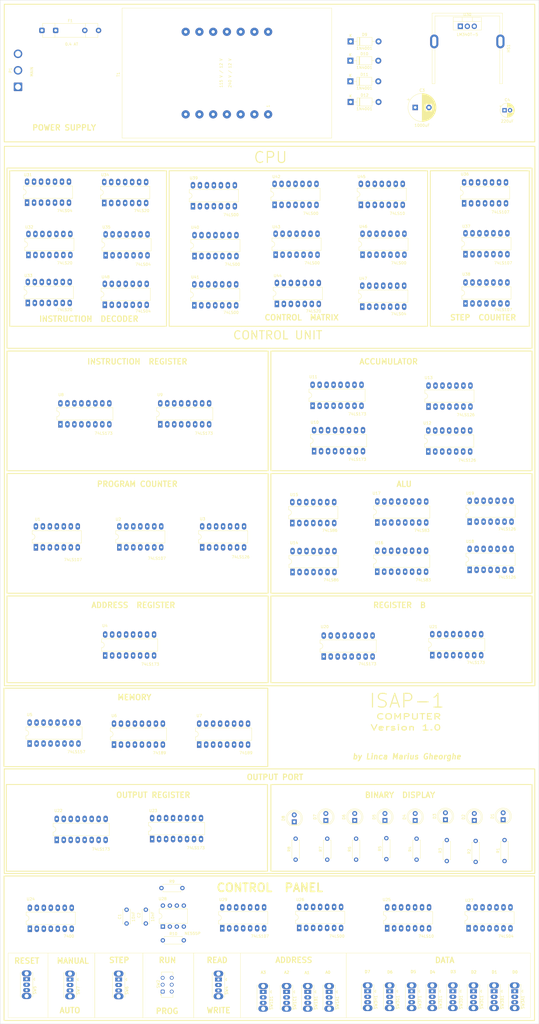
<source format=kicad_pcb>
(kicad_pcb (version 20240108) (generator "pcbnew") (generator_version "8.0")
  (layers (0 "F.Cu" signal) (31 "B.Cu" signal) (34 "B.Paste" user) (35 "F.Paste" user) (36 "B.SilkS" user "B.Silkscreen") (37 "F.SilkS" user "F.Silkscreen") (38 "B.Mask" user) (39 "F.Mask" user) (44 "Edge.Cuts" user))
  (net 0 "")
  (net 1 "GND")
  (net 2 "+5V")
  (net 4 "Net-(U1A-C)")
  (net 5 "Net-(U1B-C)")
  (net 7 "Net-(U1A-Q)")
  (net 8 "Net-(U2A-C)")
  (net 9 "Net-(SW1A1-C)")
  (net 10 "Net-(SW1C1-C)")
  (net 11 "Net-(SW1D1-C)")
  (net 12 "Net-(SW1B1-C)")
  (net 13 "Net-(SW3A1-C)")
  (net 15 "Net-(SW3B1-C)")
  (net 17 "Net-(U16-B2)")
  (net 18 "Net-(U16-B1)")
  (net 19 "/ALU/B5")
  (net 20 "/ALU/B4")
  (net 21 "Net-(U16-B4)")
  (net 22 "Net-(U16-B3)")
  (net 23 "/ALU/B6")
  (net 24 "/ALU/B7")
  (net 25 "/ALU/B2")
  (net 26 "Net-(U17-B1)")
  (net 27 "/ALU/B0")
  (net 28 "/ALU/B1")
  (net 29 "Net-(U17-B4)")
  (net 30 "/ALU/B3")
  (net 31 "Net-(U17-B3)")
  (net 32 "Net-(U17-B2)")
  (net 33 "/ALU/AC6")
  (net 34 "/ALU/AC4")
  (net 35 "Net-(U16-S2)")
  (net 36 "Net-(U16-S4)")
  (net 38 "/ALU/AC5")
  (net 39 "Net-(U16-S3)")
  (net 40 "Net-(U16-S1)")
  (net 41 "Net-(U16-C0)")
  (net 42 "/ALU/AC7")
  (net 43 "Net-(U17-S3)")
  (net 44 "/ALU/AC1")
  (net 45 "/ALU/AC2")
  (net 46 "/ALU/AC0")
  (net 47 "Net-(U17-S4)")
  (net 48 "Net-(U17-S1)")
  (net 49 "Net-(U17-S2)")
  (net 50 "/ALU/D4")
  (net 51 "/ALU/D6")
  (net 52 "/ALU/D7")
  (net 53 "/ALU/D5")
  (net 54 "/ALU/D2")
  (net 55 "/ALU/D3")
  (net 56 "/ALU/D1")
  (net 57 "/ALU/D0")
  (net 62 "Net-(SW3C1-C)")
  (net 64 "Net-(SW3D1-C)")
  (net 67 "Net-(SW3E1-C)")
  (net 69 "Net-(SW3F1-C)")
  (net 70 "Net-(SW3G1-C)")
  (net 72 "Net-(SW3H1-C)")
  (net 77 "Net-(D1-A)")
  (net 78 "Net-(D2-A)")
  (net 79 "Net-(D3-A)")
  (net 80 "Net-(D4-A)")
  (net 81 "Net-(D5-A)")
  (net 82 "Net-(D6-A)")
  (net 83 "Net-(D7-A)")
  (net 84 "Net-(D8-A)")
  (net 85 "/BinaryDisplay/DB0")
  (net 86 "Net-(U24-Pad12)")
  (net 87 "Net-(SW6-C)")
  (net 88 "Net-(U24-Pad10)")
  (net 89 "Net-(SW6-A)")
  (net 90 "Net-(SW7-C)")
  (net 91 "Net-(SW7-A)")
  (net 93 "/MAN")
  (net 95 "Net-(U25-Pad12)")
  (net 96 "Net-(U26-Pad13)")
  (net 97 "Net-(SW5-C)")
  (net 98 "Net-(U26-Pad2)")
  (net 99 "Net-(U26-Pad11)")
  (net 100 "Net-(U29A-Q)")
  (net 101 "Net-(SW5-A)")
  (net 102 "Net-(U27-Pad2)")
  (net 106 "Net-(U28-THR)")
  (net 107 "Net-(U28-Q)")
  (net 108 "Net-(U28-CV)")
  (net 109 "Net-(U28-DIS)")
  (net 113 "/ControlUnit/I7")
  (net 114 "Net-(U31-Pad2)")
  (net 115 "/ControlUnit/I5")
  (net 116 "Net-(U31-Pad4)")
  (net 117 "Net-(U31-Pad8)")
  (net 118 "/ControlUnit/I6")
  (net 120 "Net-(U37A-J)")
  (net 121 "/ControlUnit/I4")
  (net 122 "Net-(U31-Pad6)")
  (net 123 "Net-(SW2B-B)")
  (net 124 "Net-(U32-Pad6)")
  (net 125 "Net-(U32-Pad8)")
  (net 126 "Net-(U33-Pad6)")
  (net 127 "Net-(U33-Pad8)")
  (net 129 "Net-(U35-Pad4)")
  (net 130 "Net-(U35-Pad2)")
  (net 131 "Net-(U35-Pad8)")
  (net 132 "Net-(U35-Pad6)")
  (net 133 "Net-(U36B-J)")
  (net 134 "Net-(U36A-K)")
  (net 135 "Net-(U36A-Q)")
  (net 136 "Net-(U36A-~{Q})")
  (net 137 "Net-(U36A-J)")
  (net 138 "Net-(U36B-K)")
  (net 139 "Net-(U37B-K)")
  (net 140 "Net-(U37A-K)")
  (net 141 "Net-(U38A-J)")
  (net 143 "/~{CE}")
  (net 144 "Net-(SW4-C)")
  (net 145 "/CP")
  (net 146 "/CLR")
  (net 147 "/~{CLK}")
  (net 148 "/EP")
  (net 149 "/CLK")
  (net 150 "/~{LM}")
  (net 151 "/~{LI}")
  (net 152 "/~{LA}")
  (net 153 "/EA")
  (net 154 "/SU")
  (net 155 "/EU")
  (net 156 "/~{LB}")
  (net 157 "/HLT")
  (net 158 "Net-(U31-Pad12)")
  (net 159 "Net-(U35-Pad10)")
  (net 160 "Net-(U35-Pad13)")
  (net 161 "Net-(U39-Pad8)")
  (net 162 "Net-(U39-Pad11)")
  (net 163 "Net-(U39-Pad3)")
  (net 164 "Net-(U39-Pad6)")
  (net 165 "Net-(U40-Pad11)")
  (net 166 "Net-(U40-Pad6)")
  (net 167 "Net-(U40-Pad3)")
  (net 168 "Net-(U40-Pad8)")
  (net 169 "Net-(U41-Pad11)")
  (net 170 "Net-(U41-Pad3)")
  (net 171 "Net-(U41-Pad6)")
  (net 172 "Net-(U41-Pad8)")
  (net 173 "Net-(U42-Pad6)")
  (net 174 "Net-(U42-Pad8)")
  (net 175 "Net-(U42-Pad11)")
  (net 176 "/~{LO}")
  (net 177 "Net-(U43-Pad6)")
  (net 178 "Net-(U43-Pad3)")
  (net 179 "Net-(U44-Pad8)")
  (net 180 "Net-(U44-Pad6)")
  (net 181 "Net-(U45-Pad12)")
  (net 182 "Net-(D10-K)")
  (net 183 "Net-(U45-Pad6)")
  (net 185 "Net-(D11-K)")
  (net 187 "/~{EI}")
  (net 188 "Net-(D11-A)")
  (net 192 "Net-(SW2A-A)")
  (net 193 "/BinaryDisplay/DB1")
  (net 194 "/BinaryDisplay/DB2")
  (net 195 "/BinaryDisplay/DB3")
  (net 196 "/BinaryDisplay/DB4")
  (net 197 "/BinaryDisplay/DB5")
  (net 198 "/BinaryDisplay/DB6")
  (net 199 "/BinaryDisplay/DB7")
  (net 200 "/~{DM}")
  (net 201 "Net-(T1-AA)")
  (net 202 "/~{CLR}")
  (net 203 "/~{LAR}")
  (net 204 "/AddressRegister/A3")
  (net 205 "/AddressRegister/A1")
  (net 206 "/AddressRegister/A0")
  (net 207 "/AddressRegister/A2")
  (net 208 "Net-(U5-Zc)")
  (net 209 "Net-(U5-Za)")
  (net 210 "Net-(U5-Zd)")
  (net 211 "Net-(U5-Zb)")
  (net 212 "Net-(P1-L)")
  (net 213 "Net-(P1-N)")
  (footprint "LED_THT:LED_D5.0mm" (layer "F.Cu") (at 241.42 325 90)
    (property "Reference" "D1")
    (property "Value" "LED")
  )
  (footprint "Package_DIP:DIP-16_W7.62mm_LongPads" (layer "F.Cu") (at 69.135 297.31 90)
    (property "Reference" "U5")
    (property "Value" "74LS157")
  )
  (footprint "Resistor_THT:R_Axial_DIN0207_L6.3mm_D2.5mm_P7.62mm_Horizontal" (layer "F.Cu") (at 241.92 340 90)
    (property "Reference" "R1")
    (property "Value" "1K")
  )
  (footprint "Resistor_THT:R_Axial_DIN0207_L6.3mm_D2.5mm_P7.62mm_Horizontal" (layer "F.Cu") (at 220.92 340 90)
    (property "Reference" "R3")
    (property "Value" "1K")
  )
  (footprint "Fuse:Fuseholder_Clip-5x20mm_Schurter_CQM_Inline_P20.60x5.00mm_D1.00mm_Horizontal" (layer "F.Cu") (at 73.62 38.19)
    (property "Reference" "F1")
    (property "Value" "3/8A (0.4A)")
  )
  (footprint "Package_DIP:DIP-14_W7.62mm_LongPads" (layer "F.Cu") (at 227.72 119.515 90)
    (property "Reference" "U37")
    (property "Value" "74LS107")
  )
  (footprint "Package_DIP:DIP-16_W7.62mm_LongPads" (layer "F.Cu") (at 116.68 181.31 90)
    (property "Reference" "U9")
    (property "Value" "74LS173")
  )
  (footprint "Button_Switch_THT:SW_Slide_SPDT_Straight_CK_OS102011MS2Q" (layer "F.Cu") (at 200.1225 387.31 -90)
    (property "Reference" "SW3G1")
    (property "Value" "SW_SPDT")
  )
  (footprint "LED_THT:LED_D5.0mm" (layer "F.Cu") (at 187.42 325.265 90)
    (property "Reference" "D6")
    (property "Value" "LED")
  )
  (footprint "Package_DIP:DIP-16_W7.62mm_LongPads" (layer "F.Cu") (at 195.645 216.985 90)
    (property "Reference" "U17")
    (property "Value" "74LS83")
  )
  (footprint "Package_DIP:DIP-14_W7.62mm_LongPads" (layer "F.Cu") (at 159.1 137.57 90)
    (property "Reference" "U44")
    (property "Value" "74LS20")
  )
  (footprint "Transformer_THT:Transformer_CHK_EI54-16VA_Neutral" (layer "F.Cu") (at 155.92 68.69 90)
    (property "Reference" "T1")
    (property "Value" "F-25X 115V(240V) /12V 1.5A")
  )
  (footprint "Button_Switch_THT:SW_Slide_SPDT_Straight_CK_OS102011MS2Q" (layer "F.Cu") (at 245.6225 387.31 -90)
    (property "Reference" "SW3A1")
    (property "Value" "SW_SPDT")
  )
  (footprint "Button_Switch_THT:SW_Slide_SPDT_Straight_CK_OS102011MS2Q" (layer "F.Cu") (at 178.1225 387.53 -90)
    (property "Reference" "SW1A1")
    (property "Value" "SW_SPDT")
  )
  (footprint "Package_DIP:DIP-16_W7.62mm_LongPads" (layer "F.Cu") (at 195.605 234.865 90)
    (property "Reference" "U16")
    (property "Value" "74LS83")
  )
  (footprint "Package_DIP:DIP-14_W7.62mm_LongPads" (layer "F.Cu") (at 227.22 101.015 90)
    (property "Reference" "U36")
    (property "Value" "74LS107")
  )
  (footprint "Package_DIP:DIP-16_W7.62mm_LongPads" (layer "F.Cu") (at 215.64 265.19 90)
    (property "Reference" "U21")
    (property "Value" "74LS173")
  )
  (footprint "Resistor_THT:R_Axial_DIN0207_L6.3mm_D2.5mm_P7.62mm_Horizontal" (layer "F.Cu") (at 165.92 339.5 90)
    (property "Reference" "R8")
    (property "Value" "1K")
  )
  (footprint "Capacitor_THT:C_Disc_D5.0mm_W2.5mm_P5.00mm" (layer "F.Cu") (at 111.42 357.69 -90)
    (property "Reference" "C2")
    (property "Value" "10nF")
  )
  (footprint "Button_Switch_THT:SW_Slide_SPDT_Straight_CK_OS102011MS2Q" (layer "F.Cu") (at 83.84 383.03 -90)
    (property "Reference" "SW7")
    (property "Value" "SW_SPDT")
  )
  (footprint "Button_Switch_THT:SW_Slide_SPDT_Straight_CK_OS102011MS2Q" (layer "F.Cu") (at 192.1225 387.31 -90)
    (property "Reference" "SW3H1")
    (property "Value" "SW_SPDT")
  )
  (footprint "Package_DIP:DIP-14_W7.62mm_LongPads" (layer "F.Cu") (at 96.495 137.895 90)
    (property "Reference" "U48")
    (property "Value" "74LS04")
  )
  (footprint "Package_DIP:DIP-14_W7.62mm_LongPads" (layer "F.Cu") (at 96.795 119.895 90)
    (property "Reference" "U35")
    (property "Value" "74LS04")
  )
  (footprint "Package_DIP:DIP-14_W7.62mm_LongPads" (layer "F.Cu") (at 68.72 119.775 90)
    (property "Reference" "U32")
    (property "Value" "74LS20")
  )
  (footprint "Package_DIP:DIP-16_W7.62mm_LongPads" (layer "F.Cu") (at 79.015 332.31 90)
    (property "Reference" "U22")
    (property "Value" "74LS173")
  )
  (footprint "Package_DIP:DIP-14_W7.62mm_LongPads" (layer "F.Cu") (at 228.84 364.43 90)
    (property "Reference" "U27")
    (property "Value" "74LS04")
  )
  (footprint "Heatsink:Heatsink_AAVID_590302B03600G" (layer "F.Cu") (at 240.42 42.19 -90)
    (property "Reference" "HS1")
    (property "Value" "Heatsink")
  )
  (footprint "Resistor_THT:R_Axial_DIN0207_L6.3mm_D2.5mm_P7.62mm_Horizontal" (layer "F.Cu") (at 177.42 339.5 90)
    (property "Reference" "R7")
    (property "Value" "1K")
  )
  (footprint "Package_DIP:DIP-14_W7.62mm_LongPads" (layer "F.Cu") (at 129.135 120.19 90)
    (property "Reference" "U40")
    (property "Value" "74LS00")
  )
  (footprint "Resistor_THT:R_Axial_DIN0207_L6.3mm_D2.5mm_P7.62mm_Horizontal" (layer "F.Cu") (at 187.92 339.5 90)
    (property "Reference" "R6")
    (property "Value" "1K")
  )
  (footprint "Package_DIP:DIP-14_W7.62mm_LongPads" (layer "F.Cu") (at 214.18 191.19 90)
    (property "Reference" "U12")
    (property "Value" "74LS126")
  )
  (footprint "LED_THT:LED_D5.0mm" (layer "F.Cu") (at 209.42 325.265 90)
    (property "Reference" "D4")
    (property "Value" "LED")
  )
  (footprint "Button_Switch_THT:SW_Slide_SPDT_Straight_CK_OS102011MS2Q" (layer "F.Cu") (at 223.1225 387.31 -90)
    (property "Reference" "SW3D1")
    (property "Value" "SW_SPDT")
  )
  (footprint "Button_Switch_THT:SW_Slide_SPDT_Straight_CK_OS102011MS2Q" (layer "F.Cu") (at 215.6225 387.31 -90)
    (property "Reference" "SW3E1")
    (property "Value" "SW_SPDT")
  )
  (footprint "Package_DIP:DIP-16_W7.62mm_LongPads" (layer "F.Cu") (at 80.355 181.31 90)
    (property "Reference" "U8")
    (property "Value" "74LS173")
  )
  (footprint "Package_DIP:DIP-14_W7.62mm_LongPads" (layer "F.Cu") (at 229.22 216.69 90)
    (property "Reference" "U19")
    (property "Value" "74LS126")
  )
  (footprint "Button_Switch_THT:SW_Slide_SPDT_Straight_CK_OS102011MS2Q" (layer "F.Cu") (at 230.6225 387.31 -90)
    (property "Reference" "SW3C1")
    (property "Value" "SW_SPDT")
  )
  (footprint "Package_DIP:DIP-14_W7.62mm_LongPads" (layer "F.Cu") (at 69.22 364.605 90)
    (property "Reference" "U24")
    (property "Value" "7400")
  )
  (footprint "Diode_THT:D_DO-41_SOD81_P10.16mm_Horizontal" (layer "F.Cu") (at 185.84 49.19)
    (property "Reference" "D10")
    (property "Value" "1N4001")
  )
  (footprint "Package_DIP:DIP-14_W7.62mm_LongPads" (layer "F.Cu") (at 199.22 364.43 90)
    (property "Reference" "U25")
    (property "Value" "74LS10")
  )
  (footprint "Resistor_THT:R_Axial_DIN0207_L6.3mm_D2.5mm_P7.62mm_Horizontal" (layer "F.Cu") (at 209.92 339.5 90)
    (property "Reference" "R4")
    (property "Value" "1K")
  )
  (footprint "Package_DIP:DIP-14_W7.62mm_LongPads" (layer "F.Cu") (at 129.06 138.07 90)
    (property "Reference" "U41")
    (property "Value" "74LS00")
  )
  (footprint "Connector_Wire:SolderWire-1.5sqmm_1x03_P6mm_D1.7mm_OD3mm" (layer "F.Cu") (at 64.92 58.69 90)
    (property "Reference" "P1")
    (property "Value" "IEC_60320_C13_Plug")
  )
  (footprint "Package_DIP:DIP-16_W7.62mm_LongPads" (layer "F.Cu") (at 176.14 265.69 90)
    (property "Reference" "U20")
    (property "Value" "74LS173")
  )
  (footprint "Package_DIP:DIP-16_W7.62mm_LongPads" (layer "F.Cu") (at 130.84 297.69 90)
    (property "Reference" "U7")
    (property "Value" "74189")
  )
  (footprint "Button_Switch_THT:SW_Slide_SPDT_Straight_CK_OS102011MS2Q" (layer "F.Cu") (at 101.5425 383.03 -90)
    (property "Reference" "SW6")
    (property "Value" "SW_SPDT")
  )
  (footprint "Package_DIP:DIP-14_W7.62mm_LongPads" (layer "F.Cu") (at 158.26 101.57 90)
    (property "Reference" "U42")
    (property "Value" "74LS00")
  )
  (footprint "Package_DIP:DIP-14_W7.62mm_LongPads" (layer "F.Cu") (at 131.92 226.015 90)
    (property "Reference" "U3")
    (property "Value" "74LS126")
  )
  (footprint "Resistor_THT:R_Axial_DIN0207_L6.3mm_D2.5mm_P7.62mm_Horizontal" (layer "F.Cu") (at 117.61 368.81)
    (property "Reference" "R10")
    (property "Value" "18K")
  )
  (footprint "Package_DIP:DIP-14_W7.62mm_LongPads" (layer "F.Cu") (at 164.805 234.985 90)
    (property "Reference" "U14")
    (property "Value" "74LS86")
  )
  (footprint "Package_DIP:DIP-14_W7.62mm_LongPads" (layer "F.Cu") (at 190.26 119.69 90)
    (property "Reference" "U46")
    (property "Value" "74LS00")
  )
  (footprint "LED_THT:LED_D5.0mm" (layer "F.Cu") (at 230.92 325.265 90)
    (property "Reference" "D2")
    (property "Value" "LED")
  )
  (footprint "Button_Switch_THT:SW_Slide_SPDT_Straight_CK_OS102011MS2Q" (layer "F.Cu") (at 154.1225 387.53 -90)
    (property "Reference" "SW1D1")
    (property "Value" "SW_SPDT")
  )
  (footprint "Resistor_THT:R_Axial_DIN0207_L6.3mm_D2.5mm_P7.62mm_Horizontal" (layer "F.Cu") (at 231.42 340.31 90)
    (property "Reference" "R2")
    (property "Value" "1K")
  )
  (footprint "Package_DIP:DIP-14_W7.62mm_LongPads" (layer "F.Cu") (at 158.64 119.69 90)
    (property "Reference" "U43")
    (property "Value" "74LS00")
  )
  (footprint "Resistor_THT:R_Axial_DIN0207_L6.3mm_D2.5mm_P7.62mm_Horizontal" (layer "F.Cu") (at 198.92 339.31 90)
    (property "Reference" "R5")
    (property "Value" "1K")
  )
  (footprint "Package_DIP:DIP-16_W7.62mm_LongPads" (layer "F.Cu") (at 96.64 265.31 90)
    (property "Reference" "U4")
    (property "Value" "74LS173")
  )
  (footprint "Button_Switch_THT:SW_Slide_SPDT_Straight_CK_OS102011MS2Q" (layer "F.Cu") (at 68.0425 382.93 -90)
    (property "Reference" "SW5")
    (property "Value" "SW_SPDT")
  )
  (footprint "Package_DIP:DIP-14_W7.62mm_LongPads" (layer "F.Cu") (at 139.22 364.43 90)
    (property "Reference" "U29")
    (property "Value" "74LS107")
  )
  (footprint "Package_DIP:DIP-14_W7.62mm_LongPads" (layer "F.Cu") (at 227.72 137.395 90)
    (property "Reference" "U38")
    (property "Value" "74LS107")
  )
  (footprint "Package_TO_SOT_THT:TO-220-3_Vertical" (layer "F.Cu") (at 225.84 36.69)
    (property "Reference" "U30")
    (property "Value" "LM340T-5")
  )
  (footprint "Button_Switch_THT:SW_Slide_SPDT_Straight_CK_OS102011MS2Q" (layer "F.Cu") (at 208.1225 387.31 -90)
    (property "Reference" "SW3F1")
    (property "Value" "SW_SPDT")
  )
  (footprint "LED_THT:LED_D5.0mm" (layer "F.Cu") (at 176.92 325.265 90)
    (property "Reference" "D7")
    (property "Value" "LED")
  )
  (footprint "Diode_THT:D_DO-41_SOD81_P10.16mm_Horizontal" (layer "F.Cu") (at 185.84 56.69)
    (property "Reference" "D11")
    (property "Value" "1N4001")
  )
  (footprint "Package_DIP:DIP-16_W7.62mm_LongPads" (layer "F.Cu") (at 172.64 191.07 90)
    (property "Reference" "U10")
    (property "Value" "74LS173")
  )
  (footprint "Capacitor_THT:CP_Radial_D5.0mm_P2.00mm" (layer "F.Cu") (at 241.92 67.19)
    (property "Reference" "C4")
    (property "Value" "220uF")
  )
  (footprint "Package_DIP:DIP-8_W7.62mm" (layer "F.Cu") (at 117.62 363.81 90)
    (property "Reference" "U28")
    (property "Value" "NE555P")
  )
  (footprint "LED_THT:LED_D5.0mm" (layer "F.Cu") (at 165.42 325.765 90)
    (property "Reference" "D8")
    (property "Value" "LED")
  )
  (footprint "Package_DIP:DIP-14_W7.62mm_LongPads" (layer "F.Cu") (at 68.495 137.22 90)
    (property "Reference" "U33")
    (property "Value" "74LS20")
  )
  (footprint "Package_DIP:DIP-16_W7.62mm_LongPads" (layer "F.Cu") (at 99.84 297.69 90)
    (property "Reference" "U6")
    (property "Value" "74189")
  )
  (footprint "Button_Switch_THT:SW_Slide_SPDT_Straight_CK_OS102011MS2Q" (layer "F.Cu") (at 137.84 383.03 -90)
    (property "Reference" "SW4")
    (property "Value" "SW_SPDT")
  )
  (footprint "Package_DIP:DIP-14_W7.62mm_LongPads" (layer "F.Cu") (at 101.795 226.015 90)
    (property "Reference" "U2")
    (property "Value" "74LS107")
  )
  (footprint "LED_THT:LED_D5.0mm" (layer "F.Cu") (at 220.42 325 90)
    (property "Reference" "D3")
    (property "Value" "LED")
  )
  (footprint "Package_DIP:DIP-14_W7.62mm_LongPads" (layer "F.Cu") (at 190.175 138.57 90)
    (property "Reference" "U47")
    (property "Value" "74LS04")
  )
  (footprint "Resistor_THT:R_Axial_DIN0207_L6.3mm_D2.5mm_P7.62mm_Horizontal" (layer "F.Cu") (at 117.11 349.81)
    (property "Reference" "R9")
    (property "Value" "36K")
  )
  (footprint "Button_Switch_THT:SW_CK_JS202011CQN_DPDT_Straight" (layer "F.Cu") (at 117.54 387.43 90)
    (property "Reference" "SW2")
    (property "Value" "SW_DPDT_x2")
  )
  (footprint "Package_DIP:DIP-14_W7.62mm_LongPads" (layer "F.Cu") (at 167.22 364.31 90)
    (property "Reference" "U26")
    (property "Value" "74LS00")
  )
  (footprint "Capacitor_THT:C_Disc_D5.0mm_W2.5mm_P5.00mm" (layer "F.Cu") (at 104.42 362.69 90)
    (property "Reference" "C1")
    (property "Value" "10nF")
  )
  (footprint "Package_DIP:DIP-14_W7.62mm_LongPads" (layer "F.Cu") (at 164.72 217.19 90)
    (property "Reference" "U15")
    (property "Value" "74LS86")
  )
  (footprint "LED_THT:LED_D5.0mm" (layer "F.Cu") (at 198.42 325.265 90)
    (property "Reference" "D5")
    (property "Value" "LED")
  )
  (footprint "Package_DIP:DIP-16_W7.62mm_LongPads" (layer "F.Cu") (at 172.1 174.57 90)
    (property "Reference" "U11")
    (property "Value" "74LS173")
  )
  (footprint "Diode_THT:D_DO-41_SOD81_P10.16mm_Horizontal" (layer "F.Cu") (at 185.92 42.19)
    (property "Reference" "D9")
    (property "Value" "1N4001")
  )
  (footprint "Package_DIP:DIP-14_W7.62mm_LongPads" (layer "F.Cu") (at 96.295 100.895 90)
    (property "Reference" "U34")
    (property "Value" "74LS20")
  )
  (footprint "Package_DIP:DIP-16_W7.62mm_LongPads" (layer "F.Cu") (at 113.72 332.015 90)
    (property "Reference" "U23")
    (property "Value" "74LS173")
  )
  (footprint "Button_Switch_THT:SW_Slide_SPDT_Straight_CK_OS102011MS2Q" (layer "F.Cu") (at 170.325 387.53 -90)
    (property "Reference" "SW1B1")
    (property "Value" "SW_SPDT")
  )
  (footprint "Capacitor_THT:CP_Radial_D10.0mm_P5.00mm" (layer "F.Cu") (at 209.42 66.19)
    (property "Reference" "C3")
    (property "Value" "1000uF")
  )
  (footprint "Button_Switch_THT:SW_Slide_SPDT_Straight_CK_OS102011MS2Q" (layer "F.Cu") (at 238.1225 387.31 -90)
    (property "Reference" "SW3B1")
    (property "Value" "SW_SPDT")
  )
  (footprint "Diode_THT:D_DO-41_SOD81_P10.16mm_Horizontal" (layer "F.Cu") (at 185.92 64.19)
    (property "Reference" "D12")
    (property "Value" "1N4001")
  )
  (footprint "Package_DIP:DIP-14_W7.62mm_LongPads" (layer "F.Cu") (at 71.42 226.015 90)
    (property "Reference" "U1")
    (property "Value" "74LS107")
  )
  (footprint "Package_DIP:DIP-14_W7.62mm_LongPads" (layer "F.Cu") (at 229.22 234.19 90)
    (property "Reference" "U18")
    (property "Value" "74LS126")
  )
  (footprint "Package_DIP:DIP-14_W7.62mm_LongPads" (layer "F.Cu") (at 68.22 100.775 90)
    (property "Reference" "U31")
    (property "Value" "74LS04")
  )
  (footprint "Button_Switch_THT:SW_Slide_SPDT_Straight_CK_OS102011MS2Q" (layer "F.Cu") (at 162.6225 387.53 -90)
    (property "Reference" "SW1C1")
    (property "Value" "SW_SPDT")
  )
  (footprint "Package_DIP:DIP-14_W7.62mm_LongPads" (layer "F.Cu") (at 214.265 174.865 90)
    (property "Reference" "U13")
    (property "Value" "74LS126")
  )
  (footprint "Package_DIP:DIP-14_W7.62mm_LongPads" (layer "F.Cu") (at 128.56 102.07 90)
    (property "Reference" "U39")
    (property "Value" "74LS00")
  )
  (footprint "Package_DIP:DIP-14_W7.62mm_LongPads" (layer "F.Cu") (at 189.64 101.57 90)
    (property "Reference" "U45")
    (property "Value" "74LS10")
  )
  (gr_rect (start 156.92 243.69) (end 251.92 275.19) (stroke (width 0.3)) (fill none) (layer "F.SilkS"))
  (gr_rect (start 60.92 88.19) (end 251.92 153.69) (stroke (width 0.2794)) (fill none) (layer "F.SilkS"))
  (gr_rect (start 60.92 243.69) (end 155.92 275.19) (stroke (width 0.3)) (fill none) (layer "F.SilkS"))
  (gr_rect (start 61.34 373.43) (end 75.84 396.93) (stroke (width 0.1)) (fill none) (layer "F.SilkS"))
  (gr_rect (start 156.92 199.19) (end 251.92 242.69) (stroke (width 0.3)) (fill none) (layer "F.SilkS"))
  (gr_rect (start 156.92 312.19) (end 251.92 343.69) (stroke (width 0.3)) (fill none) (layer "F.SilkS"))
  (gr_rect (start 59.84 345.43) (end 252.84 397.93) (stroke (width 0.3)) (fill none) (layer "F.SilkS"))
  (gr_rect (start 110.34 373.43) (end 128.84 396.93) (stroke (width 0.1)) (fill none) (layer "F.SilkS"))
  (gr_rect (start 59.92 28.69) (end 252.92 78.69) (stroke (width 0.3)) (fill none) (layer "F.SilkS"))
  (gr_rect (start 156.92 154.69) (end 251.92 198.19) (stroke (width 0.3)) (fill none) (layer "F.SilkS"))
  (gr_rect (start 214.92 89.19) (end 250.92 145.69) (stroke (width 0.2794)) (fill none) (layer "F.SilkS"))
  (gr_rect (start 59.92 306.515) (end 252.92 344.515) (stroke (width 0.3)) (fill none) (layer "F.SilkS"))
  (gr_rect (start 60.92 154.69) (end 155.92 198.19) (stroke (width 0.3)) (fill none) (layer "F.SilkS"))
  (gr_rect (start 60.67 312.19) (end 155.67 343.69) (stroke (width 0.3)) (fill none) (layer "F.SilkS"))
  (gr_rect (start 128.84 373.43) (end 145.84 396.93) (stroke (width 0.1)) (fill none) (layer "F.SilkS"))
  (gr_rect (start 59.96 80.31) (end 252.96 276.31) (stroke (width 0.3)) (fill none) (layer "F.SilkS"))
  (gr_rect (start 60.92 199.19) (end 155.92 242.69) (stroke (width 0.3)) (fill none) (layer "F.SilkS"))
  (gr_rect (start 145.84 373.43) (end 184.34 396.93) (stroke (width 0.1)) (fill none) (layer "F.SilkS"))
  (gr_rect (start 59.795 277.19) (end 155.795 305.69) (stroke (width 0.3)) (fill none) (layer "F.SilkS"))
  (gr_rect (start 92.84 373.43) (end 110.34 396.93) (stroke (width 0.1)) (fill none) (layer "F.SilkS"))
  (gr_rect (start 184.34 373.43) (end 251.34 396.93) (stroke (width 0.1)) (fill none) (layer "F.SilkS"))
  (gr_rect (start 119.92 89.19) (end 213.92 145.69) (stroke (width 0.2794)) (fill none) (layer "F.SilkS"))
  (gr_rect (start 61.9 89.19) (end 118.92 145.69) (stroke (width 0.2794)) (fill none) (layer "F.SilkS"))
  (gr_rect (start 75.84 373.43) (end 92.84 396.93) (stroke (width 0.1)) (fill none) (layer "F.SilkS"))
  (gr_rect (start 58.42 27.19) (end 254.42 399.19) (stroke (width 0.1)) (fill none) (layer "Edge.Cuts"))
  (gr_text "74LS107" (at 240.42 104.19 0) (layer "F.SilkS") (effects (font (size 1 1))))
  (gr_text "74LS00" (at 142.42 105.19 0) (layer "F.SilkS") (effects (font (size 1 1))))
  (gr_text "DATA" (at 216.42 377.19 0) (layer "F.SilkS") (effects (font (size 2 2) (thickness 0.4) (bold yes)) (justify left bottom)))
  (gr_text "74LS20" (at 109.92 103.69 0) (layer "F.SilkS") (effects (font (size 1 1))))
  (gr_text "ACCUMULATOR" (at 188.92 159.69 0) (layer "F.SilkS") (effects (font (size 2 2) (thickness 0.4) (bold yes)) (justify left bottom)))
  (gr_text "D3" (at 222.1225 380.81 0) (layer "F.SilkS") (effects (font (size 1 1) (thickness 0.2) (bold yes)) (justify left bottom)))
  (gr_text "READ" (at 133.34 377.19 0) (layer "F.SilkS") (effects (font (size 2 2) (thickness 0.4) (bold yes)) (justify left bottom)))
  (gr_text "AUTO" (at 79.84 395.43 0) (layer "F.SilkS") (effects (font (size 2 2) (thickness 0.4) (bold yes)) (justify left bottom)))
  (gr_text "CONTROL  PANEL" (at 136.84 351.43 0) (layer "F.SilkS") (effects (font (size 3 3) (thickness 0.6) (bold yes)) (justify left bottom)))
  (gr_text "ALU" (at 202.42 204.19 0) (layer "F.SilkS") (effects (font (size 2 2) (thickness 0.4) (bold yes)) (justify left bottom)))
  (gr_text "74LS04" (at 110.42 123.19 0) (layer "F.SilkS") (effects (font (size 1 1))))
  (gr_text "74LS83" (at 212.345 237.865 0) (layer "F.SilkS") (effects (font (size 1 1))))
  (gr_text "STEP  COUNTER" (at 221.92 143.69 0) (layer "F.SilkS") (effects (font (size 2 2) (thickness 0.4) (bold yes)) (justify left bottom)))
  (gr_text "74LS126" (at 227.805 177.865 0) (layer "F.SilkS") (effects (font (size 1 1))))
  (gr_text "INSTRUCTION  REGISTER" (at 89.92 159.69 0) (layer "F.SilkS") (effects (font (size 2 2) (thickness 0.4) (bold yes)) (justify left bottom)))
  (gr_text "74LS173" (at 188.34 177.57 0) (layer "F.SilkS") (effects (font (size 1 1))))
  (gr_text "RESET" (at 63.34 377.43 0) (layer "F.SilkS") (effects (font (size 2 2) (thickness 0.4) (bold yes)) (justify left bottom)))
  (gr_text "ADDRESS  REGISTER" (at 91.42 248.19 0) (layer "F.SilkS") (effects (font (size 2 2) (thickness 0.4) (bold yes)) (justify left bottom)))
  (gr_text "1N4001" (at 190.92 59.19 0) (layer "F.SilkS") (effects (font (size 1 1))))
  (gr_text "D5" (at 207.6225 380.81 0) (layer "F.SilkS") (effects (font (size 1 1) (thickness 0.2) (bold yes)) (justify left bottom)))
  (gr_text "74LS126" (at 145.92 229.515 0) (layer "F.SilkS") (effects (font (size 1 1))))
  (gr_text "74LS83" (at 211.845 219.865 0) (layer "F.SilkS") (effects (font (size 1 1))))
  (gr_text "74LS00" (at 171.92 122.69 0) (layer "F.SilkS") (effects (font (size 1 1))))
  (gr_text "1N4001" (at 190.92 44.69 0) (layer "F.SilkS") (effects (font (size 1 1))))
  (gr_text "74LS20" (at 81.92 122.69 0) (layer "F.SilkS") (effects (font (size 1 1))))
  (gr_text "MAIN" (at 69.92 53.19 90) (layer "F.SilkS") (effects (font (size 1 1))))
  (gr_text "74LS173" (at 96.055 184.57 0) (layer "F.SilkS") (effects (font (size 1 1))))
  (gr_text "ISAP-1" (at 192.42 284.69 0) (layer "F.SilkS") (effects (font (size 5 5) (thickness 0.4)) (justify left bottom)))
  (gr_text "74LS173" (at 113.015 268.485 0) (layer "F.SilkS") (effects (font (size 1 1))))
  (gr_text "74LS107" (at 152.92 367.31 0) (layer "F.SilkS") (effects (font (size 1 1))))
  (gr_text "74LS126" (at 242.845 236.865 0) (layer "F.SilkS") (effects (font (size 1 1))))
  (gr_text "74LS00" (at 142.92 123.19 0) (layer "F.SilkS") (effects (font (size 1 1))))
  (gr_text "74LS173" (at 231.515 267.865 0) (layer "F.SilkS") (effects (font (size 1 1))))
  (gr_text "Version 1.0" (at 192.92 292.69 0) (layer "F.SilkS") (effects (font (size 2 3) (thickness 0.4) (bold yes)) (justify left bottom)))
  (gr_text "A1" (at 169.0425 381.15 0) (layer "F.SilkS") (effects (font (size 1 1) (thickness 0.2) (bold yes)) (justify left bottom)))
  (gr_text "MEMORY" (at 100.92 281.69 0) (layer "F.SilkS") (effects (font (size 2 2) (thickness 0.4) (bold yes)) (justify left bottom)))
  (gr_text "74LS173" (at 192.015 268.365 0) (layer "F.SilkS") (effects (font (size 1 1))))
  (gr_text "COMPUTER" (at 194.92 288.69 0) (layer "F.SilkS") (effects (font (size 2 3) (thickness 0.4) (bold yes)) (justify left bottom)))
  (gr_text "74LS173" (at 95.095 335.69 0) (layer "F.SilkS") (effects (font (size 1 1))))
  (gr_text "74LS04" (at 110.42 140.19 0) (layer "F.SilkS") (effects (font (size 1 1))))
  (gr_text "74LS04" (at 203.42 141.19 0) (layer "F.SilkS") (effects (font (size 1 1))))
  (gr_text "CPU" (at 150.42 86.69 0) (layer "F.SilkS") (effects (font (size 4 4) (thickness 0.4) (bold yes)) (justify left bottom)))
  (gr_text "7400" (at 83.42 367.31 0) (layer "F.SilkS") (effects (font (size 1 1))))
  (gr_text "OUTPUT PORT" (at 147.92 310.69 0) (layer "F.SilkS") (effects (font (size 2 2) (thickness 0.4) (bold yes)) (justify left bottom)))
  (gr_text "A2" (at 161.6225 381.03 0) (layer "F.SilkS") (effects (font (size 1 1) (thickness 0.2) (bold yes)) (justify left bottom)))
  (gr_text "74189" (at 116.38 300.69 0) (layer "F.SilkS") (effects (font (size 1 1))))
  (gr_text "D4" (at 214.6225 380.93 0) (layer "F.SilkS") (effects (font (size 1 1) (thickness 0.2) (bold yes)) (justify left bottom)))
  (gr_text "D6" (at 199.1225 380.93 0) (layer "F.SilkS") (effects (font (size 1 1) (thickness 0.2) (bold yes)) (justify left bottom)))
  (gr_text "74LS00" (at 142.42 140.69 0) (layer "F.SilkS") (effects (font (size 1 1))))
  (gr_text "74LS126" (at 228.305 194.365 0) (layer "F.SilkS") (effects (font (size 1 1))))
  (gr_text "74LS00" (at 171.42 104.69 0) (layer "F.SilkS") (effects (font (size 1 1))))
  (gr_text "74LS107" (at 84.92 230.515 0) (layer "F.SilkS") (effects (font (size 1 1))))
  (gr_text "RUN" (at 115.92 377.19 0) (layer "F.SilkS") (effects (font (size 2 2) (thickness 0.4) (bold yes)) (justify left bottom)))
  (gr_text "D2" (at 229.6225 380.93 0) (layer "F.SilkS") (effects (font (size 1 1) (thickness 0.2) (bold yes)) (justify left bottom)))
  (gr_text "ADDRESS" (at 158.34 377.15 0) (layer "F.SilkS") (effects (font (size 2 2) (thickness 0.4) (bold yes)) (justify left bottom)))
  (gr_text "74LS86" (at 178.345 219.865 0) (layer "F.SilkS") (effects (font (size 1 1))))
  (gr_text "74LS86" (at 178.845 237.865 0) (layer "F.SilkS") (effects (font (size 1 1))))
  (gr_text "STEP" (at 97.84 377.19 0) (layer "F.SilkS") (effects (font (size 2 2) (thickness 0.4) (bold yes)) (justify left bottom)))
  (gr_text "0.4 AT" (at 84.42 43.19 0) (layer "F.SilkS") (effects (font (size 1 1))))
  (gr_text "74LS107" (at 115.42 230.015 0) (layer "F.SilkS") (effects (font (size 1 1))))
  (gr_text "115 V / 12 V\n\n240 V / 12 V" (at 140.42 53.69 90) (layer "F.SilkS") (effects (font (size 1 1))))
  (gr_text "REGISTER  B" (at 193.92 248.19 0) (layer "F.SilkS") (effects (font (size 2 2) (thickness 0.4) (bold yes)) (justify left bottom)))
  (gr_text "74LS126" (at 242.845 219.365 0) (layer "F.SilkS") (effects (font (size 1 1))))
  (gr_text "74LS107" (at 241.42 122.69 0) (layer "F.SilkS") (effects (font (size 1 1))))
  (gr_text "74LS20" (at 81.92 139.69 0) (layer "F.SilkS") (effects (font (size 1 1))))
  (gr_text "74LS04" (at 242.42 367.31 0) (layer "F.SilkS") (effects (font (size 1 1))))
  (gr_text "OUTPUT REGISTER" (at 100.42 317.19 0) (layer "F.SilkS") (effects (font (size 2 2) (thickness 0.4) (bold yes)) (justify left bottom)))
  (gr_text "A3" (at 153.1225 381.03 0) (layer "F.SilkS") (effects (font (size 1 1) (thickness 0.2) (bold yes)) (justify left bottom)))
  (gr_text "POWER SUPPLY" (at 69.92 74.69 0) (layer "F.SilkS") (effects (font (size 2 2) (thickness 0.4) (bold yes)) (justify left bottom)))
  (gr_text "D1" (at 237.1225 380.93 0) (layer "F.SilkS") (effects (font (size 1 1) (thickness 0.2) (bold yes)) (justify left bottom)))
  (gr_text "INSTRUCTION  DECODER" (at 72.42 144.19 0) (layer "F.SilkS") (effects (font (size 2 2) (thickness 0.4) (bold yes)) (justify left bottom)))
  (gr_text "74LS173" (at 188.34 194.07 0) (layer "F.SilkS") (effects (font (size 1 1))))
  (gr_text "74LS00" (at 180.92 367.31 0) (layer "F.SilkS") (effects (font (size 1 1))))
  (gr_text "74LS00" (at 203.42 122.69 0) (layer "F.SilkS") (effects (font (size 1 1))))
  (gr_text "74LS107" (at 241.42 139.69 0) (layer "F.SilkS") (effects (font (size 1 1))))
  (gr_text "1N4001" (at 190.92 66.69 0) (layer "F.SilkS") (effects (font (size 1 1))))
  (gr_text "74189" (at 147.84 300.69 0) (layer "F.SilkS") (effects (font (size 1 1))))
  (gr_text "220uF" (at 242.92 71.19 0) (layer "F.SilkS") (effects (font (size 1 1))))
  (gr_text "WRITE" (at 133.34 395.43 0) (layer "F.SilkS") (effects (font (size 2 2) (thickness 0.4) (bold yes)) (justify left bottom)))
  (gr_text "74LS157" (at 86.135 300.31 0) (layer "F.SilkS") (effects (font (size 1 1))))
  (gr_text "by Linca Marius Gheorghe" (at 186.42 303.19 0) (layer "F.SilkS") (effects (font (size 2 2) (thickness 0.4) (bold yes) (italic yes)) (justify left bottom)))
  (gr_text "NE555P" (at 128.42 366.31 0) (layer "F.SilkS") (effects (font (size 1 1))))
  (gr_text "74LS173" (at 132.555 184.57 0) (layer "F.SilkS") (effects (font (size 1 1))))
  (gr_text "74LS20" (at 172.42 140.19 0) (layer "F.SilkS") (effects (font (size 1 1))))
  (gr_text "PROG" (at 114.84 395.69 0) (layer "F.SilkS") (effects (font (size 2 2) (thickness 0.4) (bold yes)) (justify left bottom)))
  (gr_text "PROGRAM COUNTER" (at 93.42 204.19 0) (layer "F.SilkS") (effects (font (size 2 2) (thickness 0.4) (bold yes)) (justify left bottom)))
  (gr_text "10nF" (at 113.92 360.19 90) (layer "F.SilkS") (effects (font (size 1 1))))
  (gr_text "CONTROL UNIT" (at 142.92 150.69 0) (layer "F.SilkS") (effects (font (size 3 3) (thickness 0.4) (bold yes)) (justify left bottom)))
  (gr_text "10nF" (at 106.92 360.19 90) (layer "F.SilkS") (effects (font (size 1 1))))
  (gr_text "D0" (at 244.6225 380.93 0) (layer "F.SilkS") (effects (font (size 1 1) (thickness 0.2) (bold yes)) (justify left bottom)))
  (gr_text "LM340T-5" (at 228.42 39.69 0) (layer "F.SilkS") (effects (font (size 1 1))))
  (gr_text "D7" (at 190.92 380.81 0) (layer "F.SilkS") (effects (font (size 1 1) (thickness 0.2) (bold yes)) (justify left bottom)))
  (gr_text "MANUAL" (at 78.84 377.43 0) (layer "F.SilkS") (effects (font (size 2 2) (thickness 0.4) (bold yes)) (justify left bottom)))
  (gr_text "74LS10" (at 213.42 367.31 0) (layer "F.SilkS") (effects (font (size 1 1))))
  (gr_text "74LS10" (at 202.92 104.69 0) (layer "F.SilkS") (effects (font (size 1 1))))
  (gr_text "1000uF" (at 211.92 72.69 0) (layer "F.SilkS") (effects (font (size 1 1))))
  (gr_text "BINARY  DISPLAY" (at 190.92 317.19 0) (layer "F.SilkS") (effects (font (size 2 2) (thickness 0.4) (bold yes)) (justify left bottom)))
  (gr_text "1N4001" (at 190.92 51.69 0) (layer "F.SilkS") (effects (font (size 1 1))))
  (gr_text "74LS173" (at 129.595 335.19 0) (layer "F.SilkS") (effects (font (size 1 1))))
  (gr_text "74LS04" (at 81.92 103.69 0) (layer "F.SilkS") (effects (font (size 1 1))))
  (gr_text "A0" (at 176.6225 381.03 0) (layer "F.SilkS") (effects (font (size 1 1) (thickness 0.2) (bold yes)) (justify left bottom)))
  (gr_text "CONTROL  MATRIX" (at 154.42 143.69 0) (layer "F.SilkS") (effects (font (size 2 2) (thickness 0.4) (bold yes)) (justify left bottom)))
)
</source>
